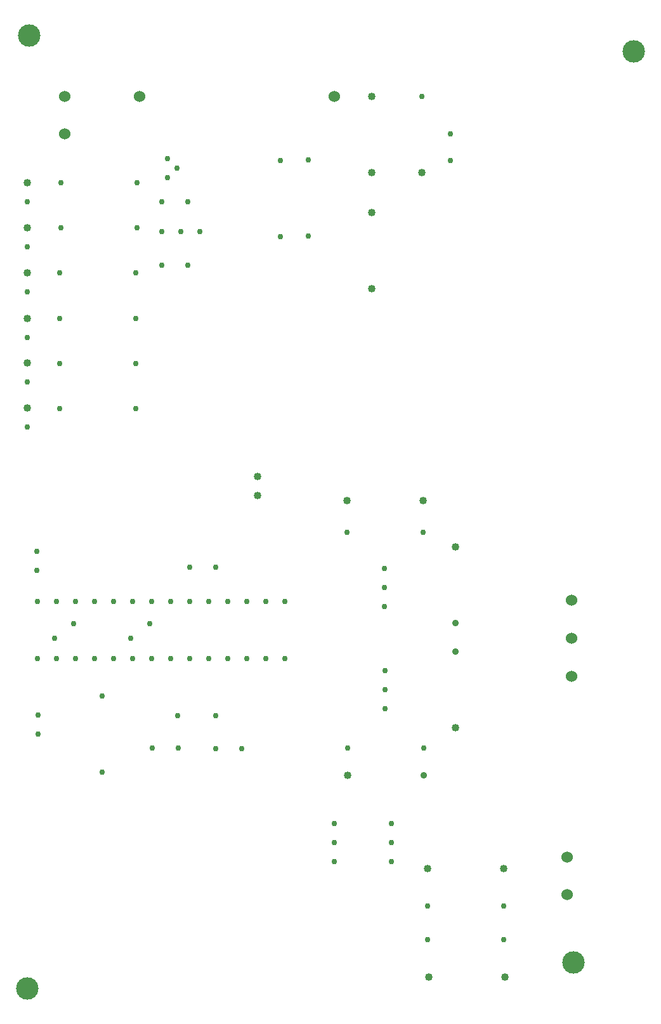
<source format=gbr>
G04 PROTEUS GERBER X2 FILE*
%TF.GenerationSoftware,Labcenter,Proteus,8.15-SP1-Build34318*%
%TF.CreationDate,2023-09-22T16:20:16+00:00*%
%TF.FileFunction,Plated,1,0,PTH*%
%TF.FilePolarity,Positive*%
%TF.Part,Single*%
%TF.SameCoordinates,{3c8dde4f-ac42-4326-9e26-51d233c7aa90}*%
%FSLAX45Y45*%
%MOMM*%
G01*
%TA.AperFunction,ComponentDrill*%
%ADD48C,1.524000*%
%TA.AperFunction,OtherDrill,Unknown*%
%ADD49C,3.000000*%
%TA.AperFunction,ComponentDrill*%
%ADD50C,1.016000*%
%ADD51C,0.762000*%
%ADD52C,0.889000*%
%TD.AperFunction*%
D48*
X-7150000Y+5150000D03*
X-7150000Y+4649620D03*
D49*
X-7620000Y+5969000D03*
X+450000Y+5750000D03*
X-7650000Y-6750000D03*
X-353560Y-6407000D03*
D48*
X-3550000Y+5150000D03*
X-6150000Y+5150000D03*
D50*
X-2378500Y+4134000D03*
D51*
X-2378500Y+5150000D03*
X-2000000Y+4650000D03*
X-2000000Y+4300000D03*
D50*
X-7650000Y+3400000D03*
D51*
X-7650000Y+3146000D03*
X-7200000Y+3400000D03*
X-6184000Y+3400000D03*
D50*
X-7650000Y+4000000D03*
D51*
X-7650000Y+3746000D03*
X-7200000Y+4000000D03*
X-6184000Y+4000000D03*
D50*
X-3050000Y+5150000D03*
X-3050000Y+4134000D03*
D51*
X-3894500Y+3294100D03*
X-3894500Y+4310100D03*
X-5777000Y+4327000D03*
X-5650000Y+4200000D03*
X-5777000Y+4073000D03*
X-4266000Y+3284000D03*
X-4266000Y+4300000D03*
D50*
X-3050000Y+2584000D03*
X-3050000Y+3600000D03*
D51*
X-5850000Y+3350000D03*
X-5596000Y+3350000D03*
X-5342000Y+3350000D03*
X-5500000Y+2900000D03*
X-5850000Y+2900000D03*
X-5850000Y+3750000D03*
X-5500000Y+3750000D03*
X-7511100Y-2350900D03*
X-7257100Y-2350900D03*
X-7003100Y-2350900D03*
X-6749100Y-2350900D03*
X-6495100Y-2350900D03*
X-6241100Y-2350900D03*
X-5987100Y-2350900D03*
X-5733100Y-2350900D03*
X-5479100Y-2350900D03*
X-5225100Y-2350900D03*
X-4971100Y-2350900D03*
X-4717100Y-2350900D03*
X-4463100Y-2350900D03*
X-4209100Y-2350900D03*
X-4209100Y-1588900D03*
X-4463100Y-1588900D03*
X-4717100Y-1588900D03*
X-4971100Y-1588900D03*
X-5225100Y-1588900D03*
X-5479100Y-1588900D03*
X-5733100Y-1588900D03*
X-5987100Y-1588900D03*
X-6241100Y-1588900D03*
X-6495100Y-1588900D03*
X-6749100Y-1588900D03*
X-7003100Y-1588900D03*
X-7257100Y-1588900D03*
X-7509100Y-1588900D03*
X-5480000Y-1130000D03*
X-5130000Y-1130000D03*
X-5130200Y-3112695D03*
X-5638200Y-3112695D03*
X-5980000Y-3540000D03*
X-5630000Y-3540000D03*
X-4783005Y-3549205D03*
X-5133005Y-3549205D03*
X-7521800Y-1169800D03*
X-7521800Y-915800D03*
X-6200000Y+2800000D03*
X-7216000Y+2800000D03*
X-6200000Y+2190000D03*
X-7216000Y+2190000D03*
D50*
X-7650000Y+2800000D03*
D51*
X-7650000Y+2546000D03*
D50*
X-7650000Y+2190000D03*
D51*
X-7650000Y+1936000D03*
D50*
X-7650000Y+1594000D03*
D51*
X-7650000Y+1340000D03*
D50*
X-7650000Y+994000D03*
D51*
X-7650000Y+740000D03*
X-6200000Y+1590000D03*
X-7216000Y+1590000D03*
X-6200000Y+990000D03*
X-7216000Y+990000D03*
D50*
X-4570000Y-170000D03*
X-4570000Y+84000D03*
D48*
X-438160Y-5000000D03*
X-438160Y-5500380D03*
D51*
X-6014000Y-1880000D03*
X-7030000Y-1880000D03*
X-6650000Y-3866000D03*
X-6650000Y-2850000D03*
X-2788160Y-5058000D03*
X-2788160Y-4804000D03*
X-2788160Y-4550000D03*
X-3550160Y-4550000D03*
X-3550160Y-4804000D03*
X-3550160Y-5058000D03*
D50*
X-1272160Y-6600000D03*
X-2288160Y-6600000D03*
D51*
X-1288160Y-6100000D03*
X-2304160Y-6100000D03*
X-2304160Y-5650000D03*
X-1288160Y-5650000D03*
X-7280000Y-2080000D03*
X-6264000Y-2080000D03*
D50*
X-2304160Y-5150000D03*
X-1288160Y-5150000D03*
D51*
X-7500000Y-3354000D03*
X-7500000Y-3100000D03*
D48*
X-380000Y-2588000D03*
X-380000Y-2080000D03*
X-380000Y-1572000D03*
D51*
X-2880000Y-1146000D03*
X-2880000Y-1400000D03*
X-2880000Y-1654000D03*
X-2870000Y-2506000D03*
X-2870000Y-2760000D03*
X-2870000Y-3014000D03*
D52*
X-1930000Y-2254000D03*
D50*
X-1930000Y-3270000D03*
D52*
X-1930000Y-1876000D03*
D50*
X-1930000Y-860000D03*
D51*
X-2354000Y-3540000D03*
X-3370000Y-3540000D03*
D52*
X-2354000Y-3910000D03*
D50*
X-3370000Y-3910000D03*
D51*
X-2360000Y-660000D03*
X-3376000Y-660000D03*
D50*
X-2364000Y-240000D03*
X-3380000Y-240000D03*
M02*

</source>
